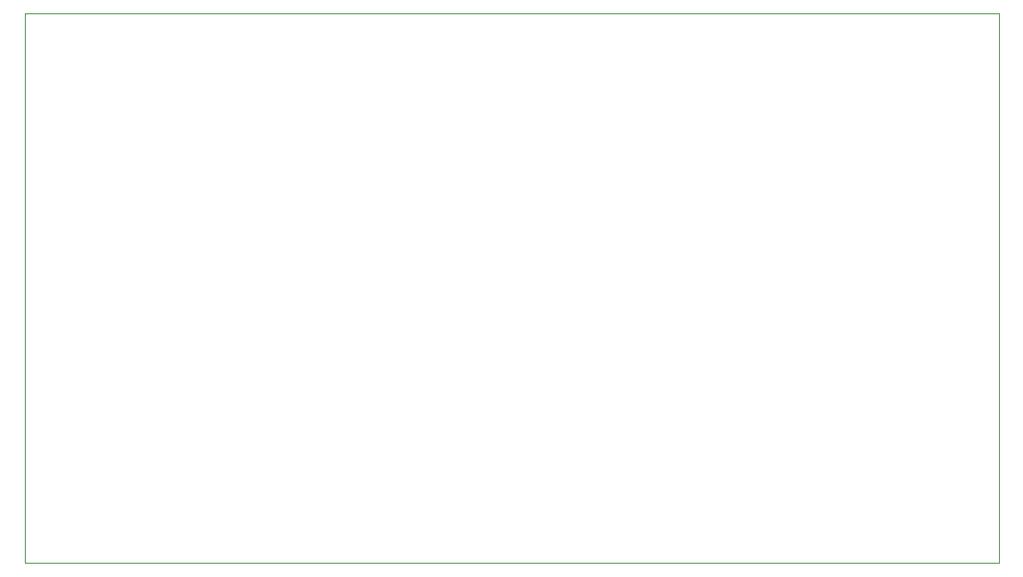
<source format=gbr>
%TF.GenerationSoftware,Altium Limited,Altium Designer,24.6.1 (21)*%
G04 Layer_Color=0*
%FSLAX45Y45*%
%MOMM*%
%TF.SameCoordinates,FD53202A-208C-403B-AAB2-15DF5564725B*%
%TF.FilePolarity,Positive*%
%TF.FileFunction,Profile,NP*%
%TF.Part,Single*%
G01*
G75*
%TA.AperFunction,Profile*%
%ADD97C,0.02540*%
D97*
X2540000Y7137400D02*
Y12369800D01*
X11823700D01*
Y7137400D01*
X2540000D01*
%TF.MD5,0c847df156c2c88e1b3adeb5674796ad*%
M02*

</source>
